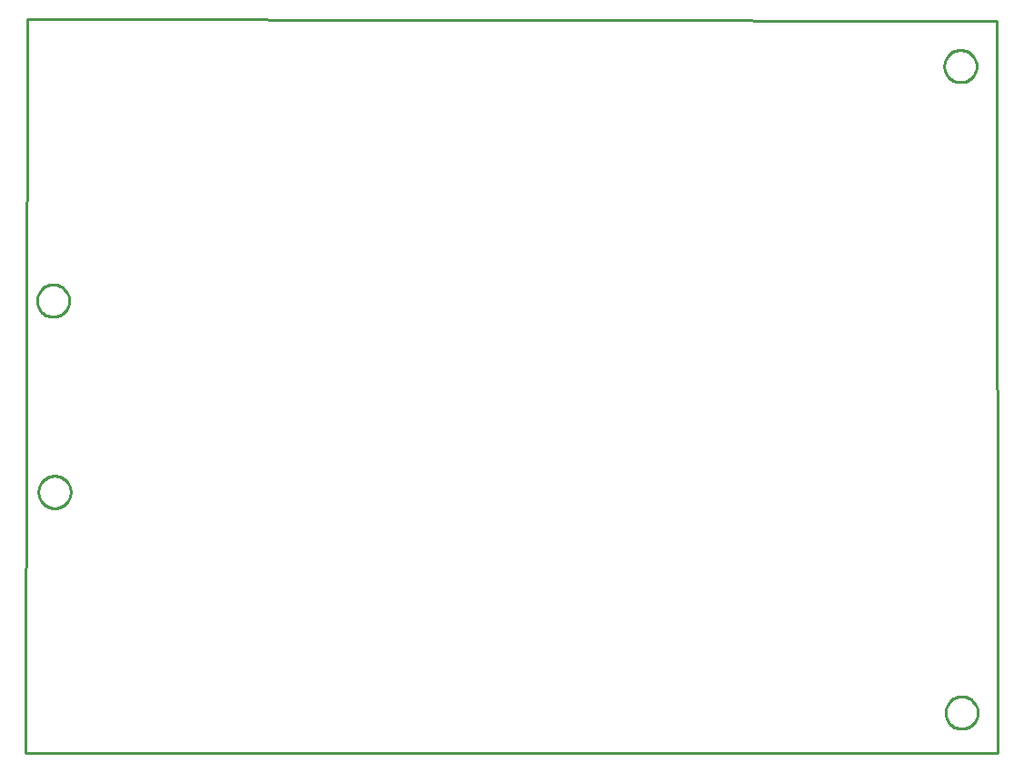
<source format=gbr>
G04 EAGLE Gerber RS-274X export*
G75*
%MOMM*%
%FSLAX34Y34*%
%LPD*%
%IN*%
%IPPOS*%
%AMOC8*
5,1,8,0,0,1.08239X$1,22.5*%
G01*
%ADD10C,0.254000*%


D10*
X145962Y-24899D02*
X1051197Y-25051D01*
X1050166Y657132D01*
X147164Y658112D01*
X145962Y-24899D01*
X1032270Y12164D02*
X1032194Y11096D01*
X1032041Y10035D01*
X1031813Y8988D01*
X1031511Y7960D01*
X1031137Y6956D01*
X1030692Y5981D01*
X1030178Y5041D01*
X1029599Y4140D01*
X1028957Y3282D01*
X1028255Y2472D01*
X1027498Y1715D01*
X1026688Y1013D01*
X1025830Y371D01*
X1024929Y-208D01*
X1023989Y-722D01*
X1023014Y-1167D01*
X1022010Y-1541D01*
X1020982Y-1843D01*
X1019935Y-2071D01*
X1018874Y-2224D01*
X1017806Y-2300D01*
X1016734Y-2300D01*
X1015666Y-2224D01*
X1014605Y-2071D01*
X1013558Y-1843D01*
X1012530Y-1541D01*
X1011526Y-1167D01*
X1010551Y-722D01*
X1009611Y-208D01*
X1008710Y371D01*
X1007852Y1013D01*
X1007042Y1715D01*
X1006285Y2472D01*
X1005583Y3282D01*
X1004941Y4140D01*
X1004362Y5041D01*
X1003848Y5981D01*
X1003403Y6956D01*
X1003029Y7960D01*
X1002727Y8988D01*
X1002499Y10035D01*
X1002346Y11096D01*
X1002270Y12164D01*
X1002270Y13236D01*
X1002346Y14304D01*
X1002499Y15365D01*
X1002727Y16412D01*
X1003029Y17440D01*
X1003403Y18444D01*
X1003848Y19419D01*
X1004362Y20359D01*
X1004941Y21260D01*
X1005583Y22118D01*
X1006285Y22928D01*
X1007042Y23685D01*
X1007852Y24387D01*
X1008710Y25029D01*
X1009611Y25608D01*
X1010551Y26122D01*
X1011526Y26567D01*
X1012530Y26941D01*
X1013558Y27243D01*
X1014605Y27471D01*
X1015666Y27624D01*
X1016734Y27700D01*
X1017806Y27700D01*
X1018874Y27624D01*
X1019935Y27471D01*
X1020982Y27243D01*
X1022010Y26941D01*
X1023014Y26567D01*
X1023989Y26122D01*
X1024929Y25608D01*
X1025830Y25029D01*
X1026688Y24387D01*
X1027498Y23685D01*
X1028255Y22928D01*
X1028957Y22118D01*
X1029599Y21260D01*
X1030178Y20359D01*
X1030692Y19419D01*
X1031137Y18444D01*
X1031511Y17440D01*
X1031813Y16412D01*
X1032041Y15365D01*
X1032194Y14304D01*
X1032270Y13236D01*
X1032270Y12164D01*
X187798Y217546D02*
X187722Y216477D01*
X187569Y215416D01*
X187342Y214369D01*
X187040Y213341D01*
X186665Y212338D01*
X186220Y211363D01*
X185707Y210422D01*
X185127Y209521D01*
X184485Y208663D01*
X183784Y207854D01*
X183026Y207096D01*
X182216Y206394D01*
X181359Y205752D01*
X180457Y205173D01*
X179517Y204659D01*
X178542Y204214D01*
X177538Y203840D01*
X176510Y203538D01*
X175463Y203310D01*
X174403Y203158D01*
X173334Y203081D01*
X172263Y203081D01*
X171194Y203158D01*
X170133Y203310D01*
X169086Y203538D01*
X168058Y203840D01*
X167054Y204214D01*
X166080Y204659D01*
X165139Y205173D01*
X164238Y205752D01*
X163380Y206394D01*
X162571Y207096D01*
X161813Y207854D01*
X161111Y208663D01*
X160469Y209521D01*
X159890Y210422D01*
X159376Y211363D01*
X158931Y212338D01*
X158557Y213341D01*
X158255Y214369D01*
X158027Y215416D01*
X157875Y216477D01*
X157798Y217546D01*
X157798Y218617D01*
X157875Y219686D01*
X158027Y220746D01*
X158255Y221793D01*
X158557Y222821D01*
X158931Y223825D01*
X159376Y224800D01*
X159890Y225740D01*
X160469Y226642D01*
X161111Y227499D01*
X161813Y228309D01*
X162571Y229067D01*
X163380Y229768D01*
X164238Y230411D01*
X165139Y230990D01*
X166080Y231503D01*
X167054Y231948D01*
X168058Y232323D01*
X169086Y232625D01*
X170133Y232853D01*
X171194Y233005D01*
X172263Y233081D01*
X173334Y233081D01*
X174403Y233005D01*
X175463Y232853D01*
X176510Y232625D01*
X177538Y232323D01*
X178542Y231948D01*
X179517Y231503D01*
X180457Y230990D01*
X181359Y230411D01*
X182216Y229768D01*
X183026Y229067D01*
X183784Y228309D01*
X184485Y227499D01*
X185127Y226642D01*
X185707Y225740D01*
X186220Y224800D01*
X186665Y223825D01*
X187040Y222821D01*
X187342Y221793D01*
X187569Y220746D01*
X187722Y219686D01*
X187798Y218617D01*
X187798Y217546D01*
X186450Y395704D02*
X186374Y394636D01*
X186221Y393575D01*
X185993Y392528D01*
X185691Y391500D01*
X185317Y390496D01*
X184872Y389521D01*
X184358Y388581D01*
X183779Y387680D01*
X183137Y386822D01*
X182435Y386012D01*
X181678Y385255D01*
X180868Y384553D01*
X180010Y383911D01*
X179109Y383332D01*
X178169Y382818D01*
X177194Y382373D01*
X176190Y381999D01*
X175162Y381697D01*
X174115Y381469D01*
X173054Y381316D01*
X171986Y381240D01*
X170914Y381240D01*
X169846Y381316D01*
X168785Y381469D01*
X167738Y381697D01*
X166710Y381999D01*
X165706Y382373D01*
X164731Y382818D01*
X163791Y383332D01*
X162890Y383911D01*
X162032Y384553D01*
X161222Y385255D01*
X160465Y386012D01*
X159763Y386822D01*
X159121Y387680D01*
X158542Y388581D01*
X158028Y389521D01*
X157583Y390496D01*
X157209Y391500D01*
X156907Y392528D01*
X156679Y393575D01*
X156526Y394636D01*
X156450Y395704D01*
X156450Y396776D01*
X156526Y397844D01*
X156679Y398905D01*
X156907Y399952D01*
X157209Y400980D01*
X157583Y401984D01*
X158028Y402959D01*
X158542Y403899D01*
X159121Y404800D01*
X159763Y405658D01*
X160465Y406468D01*
X161222Y407225D01*
X162032Y407927D01*
X162890Y408569D01*
X163791Y409148D01*
X164731Y409662D01*
X165706Y410107D01*
X166710Y410481D01*
X167738Y410783D01*
X168785Y411011D01*
X169846Y411164D01*
X170914Y411240D01*
X171986Y411240D01*
X173054Y411164D01*
X174115Y411011D01*
X175162Y410783D01*
X176190Y410481D01*
X177194Y410107D01*
X178169Y409662D01*
X179109Y409148D01*
X180010Y408569D01*
X180868Y407927D01*
X181678Y407225D01*
X182435Y406468D01*
X183137Y405658D01*
X183779Y404800D01*
X184358Y403899D01*
X184872Y402959D01*
X185317Y401984D01*
X185691Y400980D01*
X185993Y399952D01*
X186221Y398905D01*
X186374Y397844D01*
X186450Y396776D01*
X186450Y395704D01*
X1031165Y614072D02*
X1031088Y613004D01*
X1030936Y611943D01*
X1030708Y610896D01*
X1030406Y609868D01*
X1030032Y608864D01*
X1029586Y607890D01*
X1029073Y606949D01*
X1028494Y606048D01*
X1027852Y605190D01*
X1027150Y604380D01*
X1026392Y603623D01*
X1025583Y602921D01*
X1024725Y602279D01*
X1023823Y601700D01*
X1022883Y601186D01*
X1021908Y600741D01*
X1020905Y600367D01*
X1019876Y600065D01*
X1018830Y599837D01*
X1017769Y599685D01*
X1016700Y599608D01*
X1015629Y599608D01*
X1014560Y599685D01*
X1013500Y599837D01*
X1012453Y600065D01*
X1011425Y600367D01*
X1010421Y600741D01*
X1009446Y601186D01*
X1008506Y601700D01*
X1007604Y602279D01*
X1006746Y602921D01*
X1005937Y603623D01*
X1005179Y604380D01*
X1004477Y605190D01*
X1003835Y606048D01*
X1003256Y606949D01*
X1002743Y607890D01*
X1002297Y608864D01*
X1001923Y609868D01*
X1001621Y610896D01*
X1001393Y611943D01*
X1001241Y613004D01*
X1001165Y614072D01*
X1001165Y615144D01*
X1001241Y616213D01*
X1001393Y617273D01*
X1001621Y618320D01*
X1001923Y619348D01*
X1002297Y620352D01*
X1002743Y621327D01*
X1003256Y622267D01*
X1003835Y623168D01*
X1004477Y624026D01*
X1005179Y624836D01*
X1005937Y625594D01*
X1006746Y626295D01*
X1007604Y626937D01*
X1008506Y627517D01*
X1009446Y628030D01*
X1010421Y628475D01*
X1011425Y628850D01*
X1012453Y629151D01*
X1013500Y629379D01*
X1014560Y629532D01*
X1015629Y629608D01*
X1016700Y629608D01*
X1017769Y629532D01*
X1018830Y629379D01*
X1019876Y629151D01*
X1020905Y628850D01*
X1021908Y628475D01*
X1022883Y628030D01*
X1023823Y627517D01*
X1024725Y626937D01*
X1025583Y626295D01*
X1026392Y625594D01*
X1027150Y624836D01*
X1027852Y624026D01*
X1028494Y623168D01*
X1029073Y622267D01*
X1029586Y621327D01*
X1030032Y620352D01*
X1030406Y619348D01*
X1030708Y618320D01*
X1030936Y617273D01*
X1031088Y616213D01*
X1031165Y615144D01*
X1031165Y614072D01*
M02*

</source>
